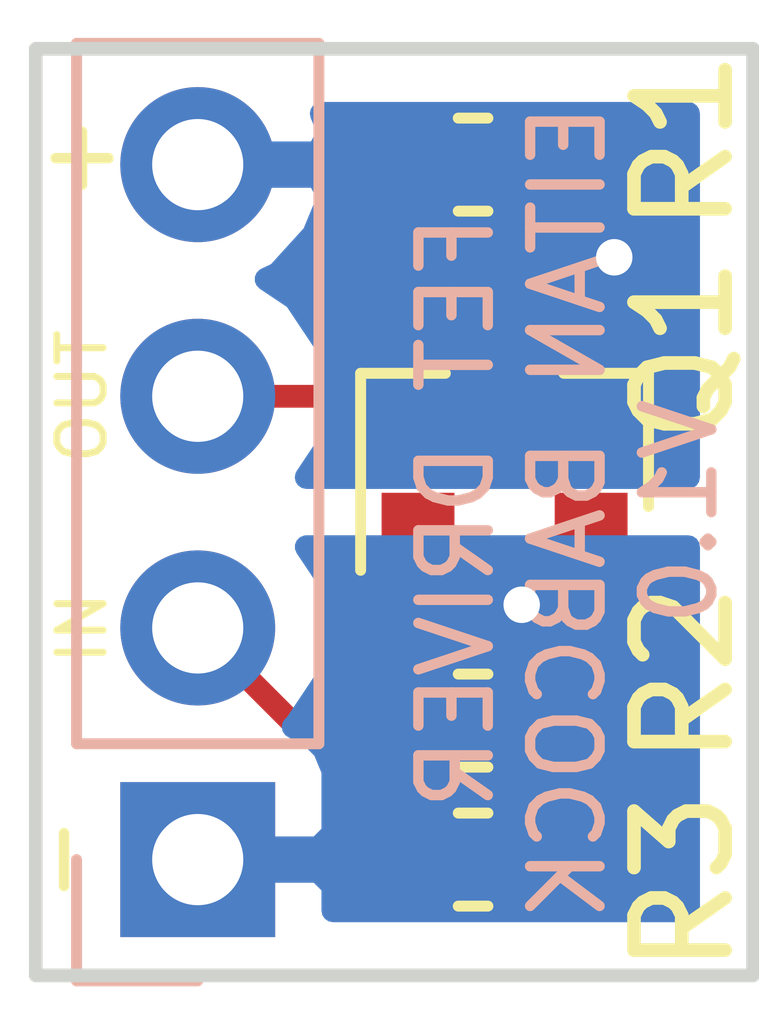
<source format=kicad_pcb>
(kicad_pcb (version 20171130) (host pcbnew 5.0.2-bee76a0~70~ubuntu18.04.1)

  (general
    (thickness 1.6)
    (drawings 9)
    (tracks 19)
    (zones 0)
    (modules 5)
    (nets 6)
  )

  (page A4)
  (layers
    (0 F.Cu signal)
    (31 B.Cu signal)
    (32 B.Adhes user)
    (33 F.Adhes user)
    (34 B.Paste user)
    (35 F.Paste user)
    (36 B.SilkS user hide)
    (37 F.SilkS user)
    (38 B.Mask user)
    (39 F.Mask user)
    (40 Dwgs.User user)
    (41 Cmts.User user)
    (42 Eco1.User user)
    (43 Eco2.User user)
    (44 Edge.Cuts user)
    (45 Margin user)
    (46 B.CrtYd user)
    (47 F.CrtYd user)
    (48 B.Fab user hide)
    (49 F.Fab user hide)
  )

  (setup
    (last_trace_width 0.25)
    (trace_clearance 0.2)
    (zone_clearance 0.508)
    (zone_45_only no)
    (trace_min 0.2)
    (segment_width 0.2)
    (edge_width 0.15)
    (via_size 0.8)
    (via_drill 0.4)
    (via_min_size 0.4)
    (via_min_drill 0.3)
    (uvia_size 0.3)
    (uvia_drill 0.1)
    (uvias_allowed no)
    (uvia_min_size 0.2)
    (uvia_min_drill 0.1)
    (pcb_text_width 0.3)
    (pcb_text_size 1.5 1.5)
    (mod_edge_width 0.15)
    (mod_text_size 1 1)
    (mod_text_width 0.15)
    (pad_size 1.524 1.524)
    (pad_drill 0.762)
    (pad_to_mask_clearance 0.051)
    (solder_mask_min_width 0.25)
    (aux_axis_origin 0 0)
    (visible_elements FFFFFF7F)
    (pcbplotparams
      (layerselection 0x010fc_ffffffff)
      (usegerberextensions false)
      (usegerberattributes false)
      (usegerberadvancedattributes false)
      (creategerberjobfile false)
      (excludeedgelayer true)
      (linewidth 0.100000)
      (plotframeref false)
      (viasonmask false)
      (mode 1)
      (useauxorigin false)
      (hpglpennumber 1)
      (hpglpenspeed 20)
      (hpglpendiameter 15.000000)
      (psnegative false)
      (psa4output false)
      (plotreference true)
      (plotvalue true)
      (plotinvisibletext false)
      (padsonsilk false)
      (subtractmaskfromsilk false)
      (outputformat 1)
      (mirror false)
      (drillshape 1)
      (scaleselection 1)
      (outputdirectory ""))
  )

  (net 0 "")
  (net 1 GND)
  (net 2 +BATT)
  (net 3 C_IN)
  (net 4 C_OUT)
  (net 5 "Net-(Q1-Pad1)")

  (net_class Default "This is the default net class."
    (clearance 0.2)
    (trace_width 0.25)
    (via_dia 0.8)
    (via_drill 0.4)
    (uvia_dia 0.3)
    (uvia_drill 0.1)
    (add_net +BATT)
    (add_net C_IN)
    (add_net C_OUT)
    (add_net GND)
    (add_net "Net-(Q1-Pad1)")
  )

  (module Connector_PinHeader_2.54mm:PinHeader_1x04_P2.54mm_Vertical (layer B.Cu) (tedit 5C78C51A) (tstamp 5C915186)
    (at 109.474 79.502)
    (descr "Through hole straight pin header, 1x04, 2.54mm pitch, single row")
    (tags "Through hole pin header THT 1x04 2.54mm single row")
    (path /5C79AD27)
    (fp_text reference J1 (at 0 2.33) (layer B.Fab)
      (effects (font (size 1 1) (thickness 0.15)) (justify mirror))
    )
    (fp_text value Conn_01x04 (at 0 -9.95) (layer B.Fab)
      (effects (font (size 1 1) (thickness 0.15)) (justify mirror))
    )
    (fp_line (start -0.635 1.27) (end 1.27 1.27) (layer B.Fab) (width 0.1))
    (fp_line (start 1.27 1.27) (end 1.27 -8.89) (layer B.Fab) (width 0.1))
    (fp_line (start 1.27 -8.89) (end -1.27 -8.89) (layer B.Fab) (width 0.1))
    (fp_line (start -1.27 -8.89) (end -1.27 0.635) (layer B.Fab) (width 0.1))
    (fp_line (start -1.27 0.635) (end -0.635 1.27) (layer B.Fab) (width 0.1))
    (fp_line (start -1.33 -8.95) (end 1.33 -8.95) (layer B.SilkS) (width 0.12))
    (fp_line (start -1.33 -1.27) (end -1.33 -8.95) (layer B.SilkS) (width 0.12))
    (fp_line (start 1.33 -1.27) (end 1.33 -8.95) (layer B.SilkS) (width 0.12))
    (fp_line (start -1.33 -1.27) (end 1.33 -1.27) (layer B.SilkS) (width 0.12))
    (fp_line (start -1.33 0) (end -1.33 1.33) (layer B.SilkS) (width 0.12))
    (fp_line (start -1.33 1.33) (end 0 1.33) (layer B.SilkS) (width 0.12))
    (fp_line (start -1.8 1.8) (end -1.8 -9.4) (layer B.CrtYd) (width 0.05))
    (fp_line (start -1.8 -9.4) (end 1.8 -9.4) (layer B.CrtYd) (width 0.05))
    (fp_line (start 1.8 -9.4) (end 1.8 1.8) (layer B.CrtYd) (width 0.05))
    (fp_line (start 1.8 1.8) (end -1.8 1.8) (layer B.CrtYd) (width 0.05))
    (fp_text user %R (at 0 -3.81 -90) (layer B.Fab)
      (effects (font (size 1 1) (thickness 0.15)) (justify mirror))
    )
    (pad 1 thru_hole rect (at 0 0) (size 1.7 1.7) (drill 1) (layers *.Cu *.Mask)
      (net 1 GND))
    (pad 2 thru_hole oval (at 0 -2.54) (size 1.7 1.7) (drill 1) (layers *.Cu *.Mask)
      (net 3 C_IN))
    (pad 3 thru_hole oval (at 0 -5.08) (size 1.7 1.7) (drill 1) (layers *.Cu *.Mask)
      (net 4 C_OUT))
    (pad 4 thru_hole oval (at 0 -7.62) (size 1.7 1.7) (drill 1) (layers *.Cu *.Mask)
      (net 2 +BATT))
    (model ${KISYS3DMOD}/Connector_PinHeader_2.54mm.3dshapes/PinHeader_1x04_P2.54mm_Vertical.wrl
      (at (xyz 0 0 0))
      (scale (xyz 1 1 1))
      (rotate (xyz 0 0 0))
    )
  )

  (module Package_TO_SOT_SMD:SOT-23 (layer F.Cu) (tedit 5A02FF57) (tstamp 5C915CC5)
    (at 112.842 74.93 90)
    (descr "SOT-23, Standard")
    (tags SOT-23)
    (path /5C79A5CE)
    (attr smd)
    (fp_text reference Q1 (at 1.016 1.966 270) (layer F.SilkS)
      (effects (font (size 1 1) (thickness 0.15)))
    )
    (fp_text value BC847 (at 0 2.5 90) (layer F.Fab)
      (effects (font (size 1 1) (thickness 0.15)))
    )
    (fp_text user %R (at 0 0 180) (layer F.Fab)
      (effects (font (size 0.5 0.5) (thickness 0.075)))
    )
    (fp_line (start -0.7 -0.95) (end -0.7 1.5) (layer F.Fab) (width 0.1))
    (fp_line (start -0.15 -1.52) (end 0.7 -1.52) (layer F.Fab) (width 0.1))
    (fp_line (start -0.7 -0.95) (end -0.15 -1.52) (layer F.Fab) (width 0.1))
    (fp_line (start 0.7 -1.52) (end 0.7 1.52) (layer F.Fab) (width 0.1))
    (fp_line (start -0.7 1.52) (end 0.7 1.52) (layer F.Fab) (width 0.1))
    (fp_line (start 0.76 1.58) (end 0.76 0.65) (layer F.SilkS) (width 0.12))
    (fp_line (start 0.76 -1.58) (end 0.76 -0.65) (layer F.SilkS) (width 0.12))
    (fp_line (start -1.7 -1.75) (end 1.7 -1.75) (layer F.CrtYd) (width 0.05))
    (fp_line (start 1.7 -1.75) (end 1.7 1.75) (layer F.CrtYd) (width 0.05))
    (fp_line (start 1.7 1.75) (end -1.7 1.75) (layer F.CrtYd) (width 0.05))
    (fp_line (start -1.7 1.75) (end -1.7 -1.75) (layer F.CrtYd) (width 0.05))
    (fp_line (start 0.76 -1.58) (end -1.4 -1.58) (layer F.SilkS) (width 0.12))
    (fp_line (start 0.76 1.58) (end -0.7 1.58) (layer F.SilkS) (width 0.12))
    (pad 1 smd rect (at -1 -0.95 90) (size 0.9 0.8) (layers F.Cu F.Paste F.Mask)
      (net 5 "Net-(Q1-Pad1)"))
    (pad 2 smd rect (at -1 0.95 90) (size 0.9 0.8) (layers F.Cu F.Paste F.Mask)
      (net 1 GND))
    (pad 3 smd rect (at 1 0 90) (size 0.9 0.8) (layers F.Cu F.Paste F.Mask)
      (net 4 C_OUT))
    (model ${KISYS3DMOD}/Package_TO_SOT_SMD.3dshapes/SOT-23.wrl
      (at (xyz 0 0 0))
      (scale (xyz 1 1 1))
      (rotate (xyz 0 0 0))
    )
  )

  (module Resistor_SMD:R_0603_1608Metric (layer F.Cu) (tedit 5B301BBD) (tstamp 5C9151AC)
    (at 112.4965 71.882)
    (descr "Resistor SMD 0603 (1608 Metric), square (rectangular) end terminal, IPC_7351 nominal, (Body size source: http://www.tortai-tech.com/upload/download/2011102023233369053.pdf), generated with kicad-footprint-generator")
    (tags resistor)
    (path /5C79A6AD)
    (attr smd)
    (fp_text reference R1 (at 2.3115 -0.254 90) (layer F.SilkS)
      (effects (font (size 1 1) (thickness 0.15)))
    )
    (fp_text value 100 (at 0 1.43) (layer F.Fab)
      (effects (font (size 1 1) (thickness 0.15)))
    )
    (fp_line (start -0.8 0.4) (end -0.8 -0.4) (layer F.Fab) (width 0.1))
    (fp_line (start -0.8 -0.4) (end 0.8 -0.4) (layer F.Fab) (width 0.1))
    (fp_line (start 0.8 -0.4) (end 0.8 0.4) (layer F.Fab) (width 0.1))
    (fp_line (start 0.8 0.4) (end -0.8 0.4) (layer F.Fab) (width 0.1))
    (fp_line (start -0.162779 -0.51) (end 0.162779 -0.51) (layer F.SilkS) (width 0.12))
    (fp_line (start -0.162779 0.51) (end 0.162779 0.51) (layer F.SilkS) (width 0.12))
    (fp_line (start -1.48 0.73) (end -1.48 -0.73) (layer F.CrtYd) (width 0.05))
    (fp_line (start -1.48 -0.73) (end 1.48 -0.73) (layer F.CrtYd) (width 0.05))
    (fp_line (start 1.48 -0.73) (end 1.48 0.73) (layer F.CrtYd) (width 0.05))
    (fp_line (start 1.48 0.73) (end -1.48 0.73) (layer F.CrtYd) (width 0.05))
    (fp_text user %R (at 0 0) (layer F.Fab)
      (effects (font (size 0.4 0.4) (thickness 0.06)))
    )
    (pad 1 smd roundrect (at -0.7875 0) (size 0.875 0.95) (layers F.Cu F.Paste F.Mask) (roundrect_rratio 0.25)
      (net 4 C_OUT))
    (pad 2 smd roundrect (at 0.7875 0) (size 0.875 0.95) (layers F.Cu F.Paste F.Mask) (roundrect_rratio 0.25)
      (net 2 +BATT))
    (model ${KISYS3DMOD}/Resistor_SMD.3dshapes/R_0603_1608Metric.wrl
      (at (xyz 0 0 0))
      (scale (xyz 1 1 1))
      (rotate (xyz 0 0 0))
    )
  )

  (module Resistor_SMD:R_0603_1608Metric (layer F.Cu) (tedit 5B301BBD) (tstamp 5C9151BD)
    (at 112.4965 77.978 180)
    (descr "Resistor SMD 0603 (1608 Metric), square (rectangular) end terminal, IPC_7351 nominal, (Body size source: http://www.tortai-tech.com/upload/download/2011102023233369053.pdf), generated with kicad-footprint-generator")
    (tags resistor)
    (path /5C79A6D1)
    (attr smd)
    (fp_text reference R2 (at -2.3115 0.508 270) (layer F.SilkS)
      (effects (font (size 1 1) (thickness 0.15)))
    )
    (fp_text value 1k (at 0 1.43 180) (layer F.Fab)
      (effects (font (size 1 1) (thickness 0.15)))
    )
    (fp_text user %R (at 0 0 180) (layer F.Fab)
      (effects (font (size 0.4 0.4) (thickness 0.06)))
    )
    (fp_line (start 1.48 0.73) (end -1.48 0.73) (layer F.CrtYd) (width 0.05))
    (fp_line (start 1.48 -0.73) (end 1.48 0.73) (layer F.CrtYd) (width 0.05))
    (fp_line (start -1.48 -0.73) (end 1.48 -0.73) (layer F.CrtYd) (width 0.05))
    (fp_line (start -1.48 0.73) (end -1.48 -0.73) (layer F.CrtYd) (width 0.05))
    (fp_line (start -0.162779 0.51) (end 0.162779 0.51) (layer F.SilkS) (width 0.12))
    (fp_line (start -0.162779 -0.51) (end 0.162779 -0.51) (layer F.SilkS) (width 0.12))
    (fp_line (start 0.8 0.4) (end -0.8 0.4) (layer F.Fab) (width 0.1))
    (fp_line (start 0.8 -0.4) (end 0.8 0.4) (layer F.Fab) (width 0.1))
    (fp_line (start -0.8 -0.4) (end 0.8 -0.4) (layer F.Fab) (width 0.1))
    (fp_line (start -0.8 0.4) (end -0.8 -0.4) (layer F.Fab) (width 0.1))
    (pad 2 smd roundrect (at 0.7875 0 180) (size 0.875 0.95) (layers F.Cu F.Paste F.Mask) (roundrect_rratio 0.25)
      (net 3 C_IN))
    (pad 1 smd roundrect (at -0.7875 0 180) (size 0.875 0.95) (layers F.Cu F.Paste F.Mask) (roundrect_rratio 0.25)
      (net 5 "Net-(Q1-Pad1)"))
    (model ${KISYS3DMOD}/Resistor_SMD.3dshapes/R_0603_1608Metric.wrl
      (at (xyz 0 0 0))
      (scale (xyz 1 1 1))
      (rotate (xyz 0 0 0))
    )
  )

  (module Resistor_SMD:R_0603_1608Metric (layer F.Cu) (tedit 5B301BBD) (tstamp 5C9151CE)
    (at 112.4965 79.502 180)
    (descr "Resistor SMD 0603 (1608 Metric), square (rectangular) end terminal, IPC_7351 nominal, (Body size source: http://www.tortai-tech.com/upload/download/2011102023233369053.pdf), generated with kicad-footprint-generator")
    (tags resistor)
    (path /5C79A703)
    (attr smd)
    (fp_text reference R3 (at -2.3115 -0.254 270) (layer F.SilkS)
      (effects (font (size 1 1) (thickness 0.15)))
    )
    (fp_text value 100k (at 0 1.43 180) (layer F.Fab)
      (effects (font (size 1 1) (thickness 0.15)))
    )
    (fp_line (start -0.8 0.4) (end -0.8 -0.4) (layer F.Fab) (width 0.1))
    (fp_line (start -0.8 -0.4) (end 0.8 -0.4) (layer F.Fab) (width 0.1))
    (fp_line (start 0.8 -0.4) (end 0.8 0.4) (layer F.Fab) (width 0.1))
    (fp_line (start 0.8 0.4) (end -0.8 0.4) (layer F.Fab) (width 0.1))
    (fp_line (start -0.162779 -0.51) (end 0.162779 -0.51) (layer F.SilkS) (width 0.12))
    (fp_line (start -0.162779 0.51) (end 0.162779 0.51) (layer F.SilkS) (width 0.12))
    (fp_line (start -1.48 0.73) (end -1.48 -0.73) (layer F.CrtYd) (width 0.05))
    (fp_line (start -1.48 -0.73) (end 1.48 -0.73) (layer F.CrtYd) (width 0.05))
    (fp_line (start 1.48 -0.73) (end 1.48 0.73) (layer F.CrtYd) (width 0.05))
    (fp_line (start 1.48 0.73) (end -1.48 0.73) (layer F.CrtYd) (width 0.05))
    (fp_text user %R (at 0 0 180) (layer F.Fab)
      (effects (font (size 0.4 0.4) (thickness 0.06)))
    )
    (pad 1 smd roundrect (at -0.7875 0 180) (size 0.875 0.95) (layers F.Cu F.Paste F.Mask) (roundrect_rratio 0.25)
      (net 5 "Net-(Q1-Pad1)"))
    (pad 2 smd roundrect (at 0.7875 0 180) (size 0.875 0.95) (layers F.Cu F.Paste F.Mask) (roundrect_rratio 0.25)
      (net 1 GND))
    (model ${KISYS3DMOD}/Resistor_SMD.3dshapes/R_0603_1608Metric.wrl
      (at (xyz 0 0 0))
      (scale (xyz 1 1 1))
      (rotate (xyz 0 0 0))
    )
  )

  (gr_text "FET DRIVER\nEITAN BABCOCK\nV1.0" (at 113.538 75.692 90) (layer B.SilkS)
    (effects (font (size 0.762 0.762) (thickness 0.1143)) (justify mirror))
  )
  (gr_line (start 107.696 70.612) (end 107.696 80.772) (layer Edge.Cuts) (width 0.15))
  (gr_line (start 115.57 70.612) (end 107.696 70.612) (layer Edge.Cuts) (width 0.15))
  (gr_line (start 115.57 80.772) (end 115.57 70.612) (layer Edge.Cuts) (width 0.15))
  (gr_line (start 107.696 80.772) (end 115.57 80.772) (layer Edge.Cuts) (width 0.15))
  (gr_text OUT (at 108.204 74.422 90) (layer F.SilkS)
    (effects (font (size 0.508 0.508) (thickness 0.0762)))
  )
  (gr_text IN (at 108.204 76.962 90) (layer F.SilkS)
    (effects (font (size 0.508 0.508) (thickness 0.0762)))
  )
  (gr_text + (at 108.204 71.755) (layer F.SilkS)
    (effects (font (size 0.762 0.762) (thickness 0.1143)))
  )
  (gr_text - (at 107.95 79.502 90) (layer F.SilkS)
    (effects (font (size 0.762 0.762) (thickness 0.1143)))
  )

  (via (at 113.03 76.708) (size 0.8) (drill 0.4) (layers F.Cu B.Cu) (net 1))
  (segment (start 113.792 75.93) (end 113.792 75.946) (width 0.25) (layer F.Cu) (net 1))
  (segment (start 113.792 75.946) (end 113.03 76.708) (width 0.25) (layer F.Cu) (net 1))
  (segment (start 109.474 79.502) (end 111.709 79.502) (width 0.25) (layer F.Cu) (net 1))
  (via (at 114.046 72.898) (size 0.8) (drill 0.4) (layers F.Cu B.Cu) (net 2))
  (segment (start 113.284 71.882) (end 113.284 72.136) (width 0.25) (layer F.Cu) (net 2))
  (segment (start 113.284 72.136) (end 114.046 72.898) (width 0.25) (layer F.Cu) (net 2))
  (segment (start 110.49 77.978) (end 111.709 77.978) (width 0.25) (layer F.Cu) (net 3))
  (segment (start 109.474 76.962) (end 110.49 77.978) (width 0.25) (layer F.Cu) (net 3))
  (segment (start 112.192 73.93) (end 112.842 73.93) (width 0.25) (layer F.Cu) (net 4))
  (segment (start 111.709 73.447) (end 112.192 73.93) (width 0.25) (layer F.Cu) (net 4))
  (segment (start 111.709 71.882) (end 111.709 73.447) (width 0.25) (layer F.Cu) (net 4))
  (segment (start 112.35 74.422) (end 112.842 73.93) (width 0.25) (layer F.Cu) (net 4))
  (segment (start 109.474 74.422) (end 112.35 74.422) (width 0.25) (layer F.Cu) (net 4))
  (segment (start 112.822388 77.516388) (end 113.284 77.978) (width 0.25) (layer F.Cu) (net 5))
  (segment (start 112.765386 77.516388) (end 112.822388 77.516388) (width 0.25) (layer F.Cu) (net 5))
  (segment (start 111.892 76.643002) (end 112.765386 77.516388) (width 0.25) (layer F.Cu) (net 5))
  (segment (start 111.892 75.93) (end 111.892 76.643002) (width 0.25) (layer F.Cu) (net 5))
  (segment (start 113.284 77.978) (end 113.284 79.502) (width 0.25) (layer F.Cu) (net 5))

  (zone (net 1) (net_name GND) (layer B.Cu) (tstamp 0) (hatch edge 0.508)
    (priority 1)
    (connect_pads (clearance 0.508))
    (min_thickness 0.254)
    (fill yes (arc_segments 16) (thermal_gap 0.508) (thermal_bridge_width 0.508))
    (polygon
      (pts
        (xy 107.696 80.772) (xy 107.696 75.946) (xy 115.57 75.946) (xy 115.57 80.772)
      )
    )
    (filled_polygon
      (pts
        (xy 114.86 80.062) (xy 110.959 80.062) (xy 110.959 79.78775) (xy 110.80025 79.629) (xy 109.601 79.629)
        (xy 109.601 79.649) (xy 109.347 79.649) (xy 109.347 79.629) (xy 109.327 79.629) (xy 109.327 79.375)
        (xy 109.347 79.375) (xy 109.347 79.355) (xy 109.601 79.355) (xy 109.601 79.375) (xy 110.80025 79.375)
        (xy 110.959 79.21625) (xy 110.959 78.52569) (xy 110.862327 78.292301) (xy 110.683698 78.113673) (xy 110.522967 78.047096)
        (xy 110.544625 78.032625) (xy 110.872839 77.541418) (xy 110.988092 76.962) (xy 110.872839 76.382582) (xy 110.665983 76.073)
        (xy 114.86 76.073)
      )
    )
  )
  (zone (net 2) (net_name +BATT) (layer B.Cu) (tstamp 0) (hatch edge 0.508)
    (priority 1)
    (connect_pads (clearance 0.508))
    (min_thickness 0.254)
    (fill yes (arc_segments 16) (thermal_gap 0.508) (thermal_bridge_width 0.508))
    (polygon
      (pts
        (xy 107.696 70.612) (xy 107.696 75.438) (xy 115.57 75.438) (xy 115.57 70.612)
      )
    )
    (filled_polygon
      (pts
        (xy 114.860001 75.311) (xy 110.665983 75.311) (xy 110.872839 75.001418) (xy 110.988092 74.422) (xy 110.872839 73.842582)
        (xy 110.544625 73.351375) (xy 110.225522 73.138157) (xy 110.355358 73.077183) (xy 110.745645 72.648924) (xy 110.915476 72.23889)
        (xy 110.794155 72.009) (xy 109.601 72.009) (xy 109.601 72.029) (xy 109.347 72.029) (xy 109.347 72.009)
        (xy 109.327 72.009) (xy 109.327 71.755) (xy 109.347 71.755) (xy 109.347 71.735) (xy 109.601 71.735)
        (xy 109.601 71.755) (xy 110.794155 71.755) (xy 110.915476 71.52511) (xy 110.83135 71.322) (xy 114.860001 71.322)
      )
    )
  )
)

</source>
